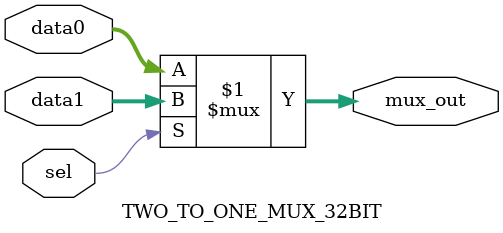
<source format=v>
module TWO_TO_ONE_MUX_32BIT (
    input  sel,     // Select input (control signal)
    input  [31:0] data0,  // Data input 0
    input  [31:0] data1,  // Data input 1
    output  [31:0] mux_out  // Mux output
);

	
			assign mux_out = sel ?  data1 : data0;

	
endmodule

</source>
